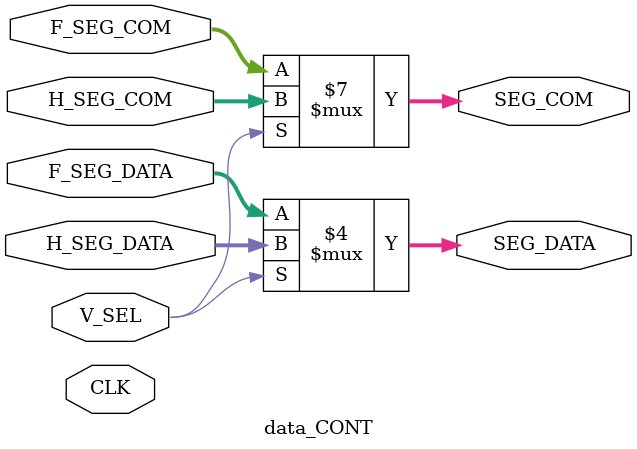
<source format=v>
module data_CONT (
	CLK, V_SEL,
	H_SEG_COM, H_SEG_DATA,
	F_SEG_COM, F_SEG_DATA,
	SEG_COM,   SEG_DATA);
	 
	input CLK, V_SEL;

	input [5:0] H_SEG_COM,  F_SEG_COM;
	input [7:0] H_SEG_DATA, F_SEG_DATA;
	
	output reg [5:0] SEG_COM;
	output reg [7:0] SEG_DATA;

	
	always @(*) begin
		if (V_SEL == 1'b0) begin
			SEG_COM  <= F_SEG_COM;
			SEG_DATA <= F_SEG_DATA;
		end else begin
			SEG_COM  <= H_SEG_COM;
			SEG_DATA <= H_SEG_DATA;
		end
	end
endmodule

</source>
